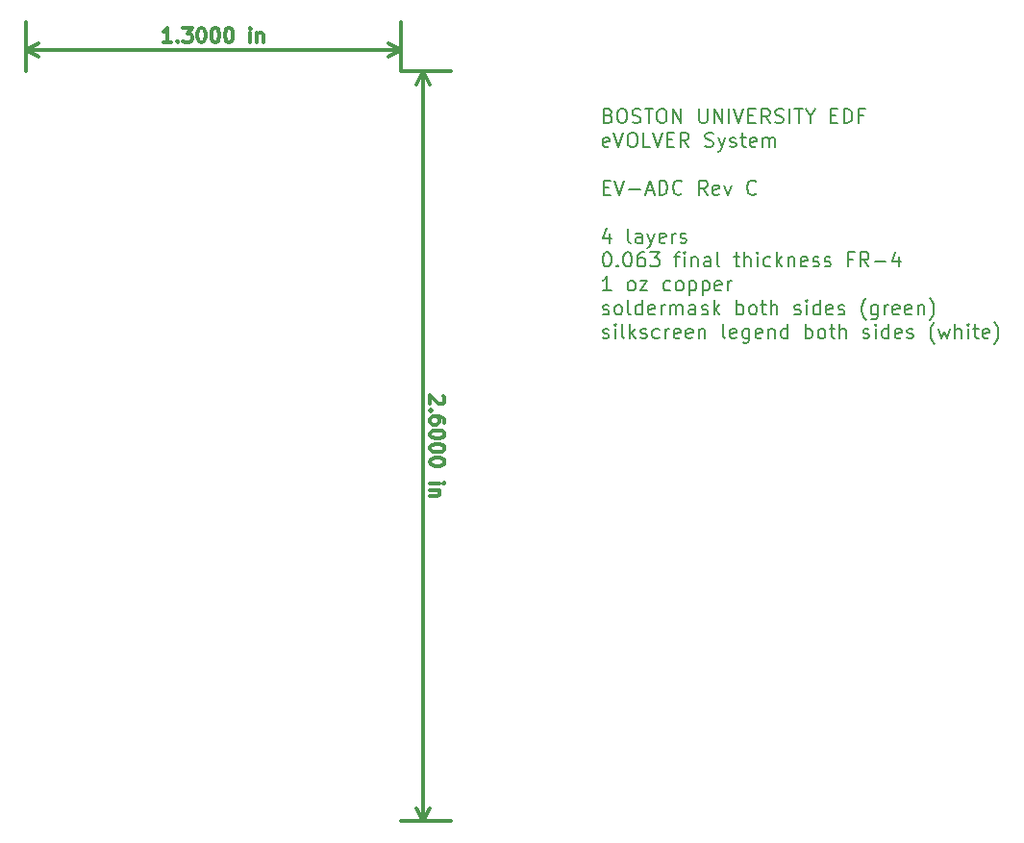
<source format=gbr>
G04 #@! TF.GenerationSoftware,KiCad,Pcbnew,(5.1.8-0-10_14)*
G04 #@! TF.CreationDate,2020-12-29T19:16:56-08:00*
G04 #@! TF.ProjectId,ADC,4144432e-6b69-4636-9164-5f7063625858,rev?*
G04 #@! TF.SameCoordinates,Original*
G04 #@! TF.FileFunction,OtherDrawing,Comment*
%FSLAX46Y46*%
G04 Gerber Fmt 4.6, Leading zero omitted, Abs format (unit mm)*
G04 Created by KiCad (PCBNEW (5.1.8-0-10_14)) date 2020-12-29 19:16:56*
%MOMM*%
%LPD*%
G01*
G04 APERTURE LIST*
%ADD10C,0.300000*%
%ADD11C,0.203200*%
G04 APERTURE END LIST*
D10*
X143414523Y-81915000D02*
X143475000Y-81975476D01*
X143535476Y-82096428D01*
X143535476Y-82398809D01*
X143475000Y-82519761D01*
X143414523Y-82580238D01*
X143293571Y-82640714D01*
X143172619Y-82640714D01*
X142991190Y-82580238D01*
X142265476Y-81854523D01*
X142265476Y-82640714D01*
X142386428Y-83185000D02*
X142325952Y-83245476D01*
X142265476Y-83185000D01*
X142325952Y-83124523D01*
X142386428Y-83185000D01*
X142265476Y-83185000D01*
X143535476Y-84334047D02*
X143535476Y-84092142D01*
X143475000Y-83971190D01*
X143414523Y-83910714D01*
X143233095Y-83789761D01*
X142991190Y-83729285D01*
X142507380Y-83729285D01*
X142386428Y-83789761D01*
X142325952Y-83850238D01*
X142265476Y-83971190D01*
X142265476Y-84213095D01*
X142325952Y-84334047D01*
X142386428Y-84394523D01*
X142507380Y-84455000D01*
X142809761Y-84455000D01*
X142930714Y-84394523D01*
X142991190Y-84334047D01*
X143051666Y-84213095D01*
X143051666Y-83971190D01*
X142991190Y-83850238D01*
X142930714Y-83789761D01*
X142809761Y-83729285D01*
X143535476Y-85241190D02*
X143535476Y-85362142D01*
X143475000Y-85483095D01*
X143414523Y-85543571D01*
X143293571Y-85604047D01*
X143051666Y-85664523D01*
X142749285Y-85664523D01*
X142507380Y-85604047D01*
X142386428Y-85543571D01*
X142325952Y-85483095D01*
X142265476Y-85362142D01*
X142265476Y-85241190D01*
X142325952Y-85120238D01*
X142386428Y-85059761D01*
X142507380Y-84999285D01*
X142749285Y-84938809D01*
X143051666Y-84938809D01*
X143293571Y-84999285D01*
X143414523Y-85059761D01*
X143475000Y-85120238D01*
X143535476Y-85241190D01*
X143535476Y-86450714D02*
X143535476Y-86571666D01*
X143475000Y-86692619D01*
X143414523Y-86753095D01*
X143293571Y-86813571D01*
X143051666Y-86874047D01*
X142749285Y-86874047D01*
X142507380Y-86813571D01*
X142386428Y-86753095D01*
X142325952Y-86692619D01*
X142265476Y-86571666D01*
X142265476Y-86450714D01*
X142325952Y-86329761D01*
X142386428Y-86269285D01*
X142507380Y-86208809D01*
X142749285Y-86148333D01*
X143051666Y-86148333D01*
X143293571Y-86208809D01*
X143414523Y-86269285D01*
X143475000Y-86329761D01*
X143535476Y-86450714D01*
X143535476Y-87660238D02*
X143535476Y-87781190D01*
X143475000Y-87902142D01*
X143414523Y-87962619D01*
X143293571Y-88023095D01*
X143051666Y-88083571D01*
X142749285Y-88083571D01*
X142507380Y-88023095D01*
X142386428Y-87962619D01*
X142325952Y-87902142D01*
X142265476Y-87781190D01*
X142265476Y-87660238D01*
X142325952Y-87539285D01*
X142386428Y-87478809D01*
X142507380Y-87418333D01*
X142749285Y-87357857D01*
X143051666Y-87357857D01*
X143293571Y-87418333D01*
X143414523Y-87478809D01*
X143475000Y-87539285D01*
X143535476Y-87660238D01*
X142265476Y-89595476D02*
X143112142Y-89595476D01*
X143535476Y-89595476D02*
X143475000Y-89535000D01*
X143414523Y-89595476D01*
X143475000Y-89655952D01*
X143535476Y-89595476D01*
X143414523Y-89595476D01*
X143112142Y-90200238D02*
X142265476Y-90200238D01*
X142991190Y-90200238D02*
X143051666Y-90260714D01*
X143112142Y-90381666D01*
X143112142Y-90563095D01*
X143051666Y-90684047D01*
X142930714Y-90744523D01*
X142265476Y-90744523D01*
X141605000Y-53340000D02*
X141605000Y-119380000D01*
X139700000Y-53340000D02*
X144075000Y-53340000D01*
X139700000Y-119380000D02*
X144075000Y-119380000D01*
X141605000Y-119380000D02*
X141018579Y-118253496D01*
X141605000Y-119380000D02*
X142191421Y-118253496D01*
X141605000Y-53340000D02*
X141018579Y-54466504D01*
X141605000Y-53340000D02*
X142191421Y-54466504D01*
X119470714Y-50774523D02*
X118745000Y-50774523D01*
X119107857Y-50774523D02*
X119107857Y-49504523D01*
X118986904Y-49685952D01*
X118865952Y-49806904D01*
X118745000Y-49867380D01*
X120015000Y-50653571D02*
X120075476Y-50714047D01*
X120015000Y-50774523D01*
X119954523Y-50714047D01*
X120015000Y-50653571D01*
X120015000Y-50774523D01*
X120498809Y-49504523D02*
X121285000Y-49504523D01*
X120861666Y-49988333D01*
X121043095Y-49988333D01*
X121164047Y-50048809D01*
X121224523Y-50109285D01*
X121285000Y-50230238D01*
X121285000Y-50532619D01*
X121224523Y-50653571D01*
X121164047Y-50714047D01*
X121043095Y-50774523D01*
X120680238Y-50774523D01*
X120559285Y-50714047D01*
X120498809Y-50653571D01*
X122071190Y-49504523D02*
X122192142Y-49504523D01*
X122313095Y-49565000D01*
X122373571Y-49625476D01*
X122434047Y-49746428D01*
X122494523Y-49988333D01*
X122494523Y-50290714D01*
X122434047Y-50532619D01*
X122373571Y-50653571D01*
X122313095Y-50714047D01*
X122192142Y-50774523D01*
X122071190Y-50774523D01*
X121950238Y-50714047D01*
X121889761Y-50653571D01*
X121829285Y-50532619D01*
X121768809Y-50290714D01*
X121768809Y-49988333D01*
X121829285Y-49746428D01*
X121889761Y-49625476D01*
X121950238Y-49565000D01*
X122071190Y-49504523D01*
X123280714Y-49504523D02*
X123401666Y-49504523D01*
X123522619Y-49565000D01*
X123583095Y-49625476D01*
X123643571Y-49746428D01*
X123704047Y-49988333D01*
X123704047Y-50290714D01*
X123643571Y-50532619D01*
X123583095Y-50653571D01*
X123522619Y-50714047D01*
X123401666Y-50774523D01*
X123280714Y-50774523D01*
X123159761Y-50714047D01*
X123099285Y-50653571D01*
X123038809Y-50532619D01*
X122978333Y-50290714D01*
X122978333Y-49988333D01*
X123038809Y-49746428D01*
X123099285Y-49625476D01*
X123159761Y-49565000D01*
X123280714Y-49504523D01*
X124490238Y-49504523D02*
X124611190Y-49504523D01*
X124732142Y-49565000D01*
X124792619Y-49625476D01*
X124853095Y-49746428D01*
X124913571Y-49988333D01*
X124913571Y-50290714D01*
X124853095Y-50532619D01*
X124792619Y-50653571D01*
X124732142Y-50714047D01*
X124611190Y-50774523D01*
X124490238Y-50774523D01*
X124369285Y-50714047D01*
X124308809Y-50653571D01*
X124248333Y-50532619D01*
X124187857Y-50290714D01*
X124187857Y-49988333D01*
X124248333Y-49746428D01*
X124308809Y-49625476D01*
X124369285Y-49565000D01*
X124490238Y-49504523D01*
X126425476Y-50774523D02*
X126425476Y-49927857D01*
X126425476Y-49504523D02*
X126365000Y-49565000D01*
X126425476Y-49625476D01*
X126485952Y-49565000D01*
X126425476Y-49504523D01*
X126425476Y-49625476D01*
X127030238Y-49927857D02*
X127030238Y-50774523D01*
X127030238Y-50048809D02*
X127090714Y-49988333D01*
X127211666Y-49927857D01*
X127393095Y-49927857D01*
X127514047Y-49988333D01*
X127574523Y-50109285D01*
X127574523Y-50774523D01*
X106680000Y-51435000D02*
X139700000Y-51435000D01*
X106680000Y-53340000D02*
X106680000Y-48965000D01*
X139700000Y-53340000D02*
X139700000Y-48965000D01*
X139700000Y-51435000D02*
X138573496Y-52021421D01*
X139700000Y-51435000D02*
X138573496Y-50848579D01*
X106680000Y-51435000D02*
X107806504Y-52021421D01*
X106680000Y-51435000D02*
X107806504Y-50848579D01*
D11*
X157956794Y-57224385D02*
X158138222Y-57284861D01*
X158198699Y-57345338D01*
X158259175Y-57466290D01*
X158259175Y-57647719D01*
X158198699Y-57768671D01*
X158138222Y-57829147D01*
X158017270Y-57889623D01*
X157533460Y-57889623D01*
X157533460Y-56619623D01*
X157956794Y-56619623D01*
X158077746Y-56680100D01*
X158138222Y-56740576D01*
X158198699Y-56861528D01*
X158198699Y-56982480D01*
X158138222Y-57103433D01*
X158077746Y-57163909D01*
X157956794Y-57224385D01*
X157533460Y-57224385D01*
X159045365Y-56619623D02*
X159287270Y-56619623D01*
X159408222Y-56680100D01*
X159529175Y-56801052D01*
X159589651Y-57042957D01*
X159589651Y-57466290D01*
X159529175Y-57708195D01*
X159408222Y-57829147D01*
X159287270Y-57889623D01*
X159045365Y-57889623D01*
X158924413Y-57829147D01*
X158803460Y-57708195D01*
X158742984Y-57466290D01*
X158742984Y-57042957D01*
X158803460Y-56801052D01*
X158924413Y-56680100D01*
X159045365Y-56619623D01*
X160073460Y-57829147D02*
X160254889Y-57889623D01*
X160557270Y-57889623D01*
X160678222Y-57829147D01*
X160738699Y-57768671D01*
X160799175Y-57647719D01*
X160799175Y-57526766D01*
X160738699Y-57405814D01*
X160678222Y-57345338D01*
X160557270Y-57284861D01*
X160315365Y-57224385D01*
X160194413Y-57163909D01*
X160133937Y-57103433D01*
X160073460Y-56982480D01*
X160073460Y-56861528D01*
X160133937Y-56740576D01*
X160194413Y-56680100D01*
X160315365Y-56619623D01*
X160617746Y-56619623D01*
X160799175Y-56680100D01*
X161162032Y-56619623D02*
X161887746Y-56619623D01*
X161524889Y-57889623D02*
X161524889Y-56619623D01*
X162552984Y-56619623D02*
X162794889Y-56619623D01*
X162915841Y-56680100D01*
X163036794Y-56801052D01*
X163097270Y-57042957D01*
X163097270Y-57466290D01*
X163036794Y-57708195D01*
X162915841Y-57829147D01*
X162794889Y-57889623D01*
X162552984Y-57889623D01*
X162432032Y-57829147D01*
X162311080Y-57708195D01*
X162250603Y-57466290D01*
X162250603Y-57042957D01*
X162311080Y-56801052D01*
X162432032Y-56680100D01*
X162552984Y-56619623D01*
X163641556Y-57889623D02*
X163641556Y-56619623D01*
X164367270Y-57889623D01*
X164367270Y-56619623D01*
X165939651Y-56619623D02*
X165939651Y-57647719D01*
X166000127Y-57768671D01*
X166060603Y-57829147D01*
X166181556Y-57889623D01*
X166423460Y-57889623D01*
X166544413Y-57829147D01*
X166604889Y-57768671D01*
X166665365Y-57647719D01*
X166665365Y-56619623D01*
X167270127Y-57889623D02*
X167270127Y-56619623D01*
X167995841Y-57889623D01*
X167995841Y-56619623D01*
X168600603Y-57889623D02*
X168600603Y-56619623D01*
X169023937Y-56619623D02*
X169447270Y-57889623D01*
X169870603Y-56619623D01*
X170293937Y-57224385D02*
X170717270Y-57224385D01*
X170898699Y-57889623D02*
X170293937Y-57889623D01*
X170293937Y-56619623D01*
X170898699Y-56619623D01*
X172168699Y-57889623D02*
X171745365Y-57284861D01*
X171442984Y-57889623D02*
X171442984Y-56619623D01*
X171926794Y-56619623D01*
X172047746Y-56680100D01*
X172108222Y-56740576D01*
X172168699Y-56861528D01*
X172168699Y-57042957D01*
X172108222Y-57163909D01*
X172047746Y-57224385D01*
X171926794Y-57284861D01*
X171442984Y-57284861D01*
X172652508Y-57829147D02*
X172833937Y-57889623D01*
X173136318Y-57889623D01*
X173257270Y-57829147D01*
X173317746Y-57768671D01*
X173378222Y-57647719D01*
X173378222Y-57526766D01*
X173317746Y-57405814D01*
X173257270Y-57345338D01*
X173136318Y-57284861D01*
X172894413Y-57224385D01*
X172773460Y-57163909D01*
X172712984Y-57103433D01*
X172652508Y-56982480D01*
X172652508Y-56861528D01*
X172712984Y-56740576D01*
X172773460Y-56680100D01*
X172894413Y-56619623D01*
X173196794Y-56619623D01*
X173378222Y-56680100D01*
X173922508Y-57889623D02*
X173922508Y-56619623D01*
X174345841Y-56619623D02*
X175071556Y-56619623D01*
X174708699Y-57889623D02*
X174708699Y-56619623D01*
X175736794Y-57284861D02*
X175736794Y-57889623D01*
X175313460Y-56619623D02*
X175736794Y-57284861D01*
X176160127Y-56619623D01*
X177551080Y-57224385D02*
X177974413Y-57224385D01*
X178155841Y-57889623D02*
X177551080Y-57889623D01*
X177551080Y-56619623D01*
X178155841Y-56619623D01*
X178700127Y-57889623D02*
X178700127Y-56619623D01*
X179002508Y-56619623D01*
X179183937Y-56680100D01*
X179304889Y-56801052D01*
X179365365Y-56922004D01*
X179425841Y-57163909D01*
X179425841Y-57345338D01*
X179365365Y-57587242D01*
X179304889Y-57708195D01*
X179183937Y-57829147D01*
X179002508Y-57889623D01*
X178700127Y-57889623D01*
X180393460Y-57224385D02*
X179970127Y-57224385D01*
X179970127Y-57889623D02*
X179970127Y-56619623D01*
X180574889Y-56619623D01*
X158017270Y-59937347D02*
X157896318Y-59997823D01*
X157654413Y-59997823D01*
X157533460Y-59937347D01*
X157472984Y-59816395D01*
X157472984Y-59332585D01*
X157533460Y-59211633D01*
X157654413Y-59151157D01*
X157896318Y-59151157D01*
X158017270Y-59211633D01*
X158077746Y-59332585D01*
X158077746Y-59453538D01*
X157472984Y-59574490D01*
X158440603Y-58727823D02*
X158863937Y-59997823D01*
X159287270Y-58727823D01*
X159952508Y-58727823D02*
X160194413Y-58727823D01*
X160315365Y-58788300D01*
X160436318Y-58909252D01*
X160496794Y-59151157D01*
X160496794Y-59574490D01*
X160436318Y-59816395D01*
X160315365Y-59937347D01*
X160194413Y-59997823D01*
X159952508Y-59997823D01*
X159831556Y-59937347D01*
X159710603Y-59816395D01*
X159650127Y-59574490D01*
X159650127Y-59151157D01*
X159710603Y-58909252D01*
X159831556Y-58788300D01*
X159952508Y-58727823D01*
X161645841Y-59997823D02*
X161041080Y-59997823D01*
X161041080Y-58727823D01*
X161887746Y-58727823D02*
X162311080Y-59997823D01*
X162734413Y-58727823D01*
X163157746Y-59332585D02*
X163581080Y-59332585D01*
X163762508Y-59997823D02*
X163157746Y-59997823D01*
X163157746Y-58727823D01*
X163762508Y-58727823D01*
X165032508Y-59997823D02*
X164609175Y-59393061D01*
X164306794Y-59997823D02*
X164306794Y-58727823D01*
X164790603Y-58727823D01*
X164911556Y-58788300D01*
X164972032Y-58848776D01*
X165032508Y-58969728D01*
X165032508Y-59151157D01*
X164972032Y-59272109D01*
X164911556Y-59332585D01*
X164790603Y-59393061D01*
X164306794Y-59393061D01*
X166483937Y-59937347D02*
X166665365Y-59997823D01*
X166967746Y-59997823D01*
X167088699Y-59937347D01*
X167149175Y-59876871D01*
X167209651Y-59755919D01*
X167209651Y-59634966D01*
X167149175Y-59514014D01*
X167088699Y-59453538D01*
X166967746Y-59393061D01*
X166725841Y-59332585D01*
X166604889Y-59272109D01*
X166544413Y-59211633D01*
X166483937Y-59090680D01*
X166483937Y-58969728D01*
X166544413Y-58848776D01*
X166604889Y-58788300D01*
X166725841Y-58727823D01*
X167028222Y-58727823D01*
X167209651Y-58788300D01*
X167632984Y-59151157D02*
X167935365Y-59997823D01*
X168237746Y-59151157D02*
X167935365Y-59997823D01*
X167814413Y-60300204D01*
X167753937Y-60360680D01*
X167632984Y-60421157D01*
X168661080Y-59937347D02*
X168782032Y-59997823D01*
X169023937Y-59997823D01*
X169144889Y-59937347D01*
X169205365Y-59816395D01*
X169205365Y-59755919D01*
X169144889Y-59634966D01*
X169023937Y-59574490D01*
X168842508Y-59574490D01*
X168721556Y-59514014D01*
X168661080Y-59393061D01*
X168661080Y-59332585D01*
X168721556Y-59211633D01*
X168842508Y-59151157D01*
X169023937Y-59151157D01*
X169144889Y-59211633D01*
X169568222Y-59151157D02*
X170052032Y-59151157D01*
X169749651Y-58727823D02*
X169749651Y-59816395D01*
X169810127Y-59937347D01*
X169931080Y-59997823D01*
X170052032Y-59997823D01*
X170959175Y-59937347D02*
X170838222Y-59997823D01*
X170596318Y-59997823D01*
X170475365Y-59937347D01*
X170414889Y-59816395D01*
X170414889Y-59332585D01*
X170475365Y-59211633D01*
X170596318Y-59151157D01*
X170838222Y-59151157D01*
X170959175Y-59211633D01*
X171019651Y-59332585D01*
X171019651Y-59453538D01*
X170414889Y-59574490D01*
X171563937Y-59997823D02*
X171563937Y-59151157D01*
X171563937Y-59272109D02*
X171624413Y-59211633D01*
X171745365Y-59151157D01*
X171926794Y-59151157D01*
X172047746Y-59211633D01*
X172108222Y-59332585D01*
X172108222Y-59997823D01*
X172108222Y-59332585D02*
X172168699Y-59211633D01*
X172289651Y-59151157D01*
X172471080Y-59151157D01*
X172592032Y-59211633D01*
X172652508Y-59332585D01*
X172652508Y-59997823D01*
X157533460Y-63548985D02*
X157956794Y-63548985D01*
X158138222Y-64214223D02*
X157533460Y-64214223D01*
X157533460Y-62944223D01*
X158138222Y-62944223D01*
X158501080Y-62944223D02*
X158924413Y-64214223D01*
X159347746Y-62944223D01*
X159771080Y-63730414D02*
X160738699Y-63730414D01*
X161282984Y-63851366D02*
X161887746Y-63851366D01*
X161162032Y-64214223D02*
X161585365Y-62944223D01*
X162008699Y-64214223D01*
X162432032Y-64214223D02*
X162432032Y-62944223D01*
X162734413Y-62944223D01*
X162915841Y-63004700D01*
X163036794Y-63125652D01*
X163097270Y-63246604D01*
X163157746Y-63488509D01*
X163157746Y-63669938D01*
X163097270Y-63911842D01*
X163036794Y-64032795D01*
X162915841Y-64153747D01*
X162734413Y-64214223D01*
X162432032Y-64214223D01*
X164427746Y-64093271D02*
X164367270Y-64153747D01*
X164185841Y-64214223D01*
X164064889Y-64214223D01*
X163883460Y-64153747D01*
X163762508Y-64032795D01*
X163702032Y-63911842D01*
X163641556Y-63669938D01*
X163641556Y-63488509D01*
X163702032Y-63246604D01*
X163762508Y-63125652D01*
X163883460Y-63004700D01*
X164064889Y-62944223D01*
X164185841Y-62944223D01*
X164367270Y-63004700D01*
X164427746Y-63065176D01*
X166665365Y-64214223D02*
X166242032Y-63609461D01*
X165939651Y-64214223D02*
X165939651Y-62944223D01*
X166423460Y-62944223D01*
X166544413Y-63004700D01*
X166604889Y-63065176D01*
X166665365Y-63186128D01*
X166665365Y-63367557D01*
X166604889Y-63488509D01*
X166544413Y-63548985D01*
X166423460Y-63609461D01*
X165939651Y-63609461D01*
X167693460Y-64153747D02*
X167572508Y-64214223D01*
X167330603Y-64214223D01*
X167209651Y-64153747D01*
X167149175Y-64032795D01*
X167149175Y-63548985D01*
X167209651Y-63428033D01*
X167330603Y-63367557D01*
X167572508Y-63367557D01*
X167693460Y-63428033D01*
X167753937Y-63548985D01*
X167753937Y-63669938D01*
X167149175Y-63790890D01*
X168177270Y-63367557D02*
X168479651Y-64214223D01*
X168782032Y-63367557D01*
X170959175Y-64093271D02*
X170898699Y-64153747D01*
X170717270Y-64214223D01*
X170596318Y-64214223D01*
X170414889Y-64153747D01*
X170293937Y-64032795D01*
X170233460Y-63911842D01*
X170172984Y-63669938D01*
X170172984Y-63488509D01*
X170233460Y-63246604D01*
X170293937Y-63125652D01*
X170414889Y-63004700D01*
X170596318Y-62944223D01*
X170717270Y-62944223D01*
X170898699Y-63004700D01*
X170959175Y-63065176D01*
X158077746Y-67583957D02*
X158077746Y-68430623D01*
X157775365Y-67100147D02*
X157472984Y-68007290D01*
X158259175Y-68007290D01*
X159892032Y-68430623D02*
X159771080Y-68370147D01*
X159710603Y-68249195D01*
X159710603Y-67160623D01*
X160920127Y-68430623D02*
X160920127Y-67765385D01*
X160859651Y-67644433D01*
X160738699Y-67583957D01*
X160496794Y-67583957D01*
X160375841Y-67644433D01*
X160920127Y-68370147D02*
X160799175Y-68430623D01*
X160496794Y-68430623D01*
X160375841Y-68370147D01*
X160315365Y-68249195D01*
X160315365Y-68128242D01*
X160375841Y-68007290D01*
X160496794Y-67946814D01*
X160799175Y-67946814D01*
X160920127Y-67886338D01*
X161403937Y-67583957D02*
X161706318Y-68430623D01*
X162008699Y-67583957D02*
X161706318Y-68430623D01*
X161585365Y-68733004D01*
X161524889Y-68793480D01*
X161403937Y-68853957D01*
X162976318Y-68370147D02*
X162855365Y-68430623D01*
X162613460Y-68430623D01*
X162492508Y-68370147D01*
X162432032Y-68249195D01*
X162432032Y-67765385D01*
X162492508Y-67644433D01*
X162613460Y-67583957D01*
X162855365Y-67583957D01*
X162976318Y-67644433D01*
X163036794Y-67765385D01*
X163036794Y-67886338D01*
X162432032Y-68007290D01*
X163581080Y-68430623D02*
X163581080Y-67583957D01*
X163581080Y-67825861D02*
X163641556Y-67704909D01*
X163702032Y-67644433D01*
X163822984Y-67583957D01*
X163943937Y-67583957D01*
X164306794Y-68370147D02*
X164427746Y-68430623D01*
X164669651Y-68430623D01*
X164790603Y-68370147D01*
X164851080Y-68249195D01*
X164851080Y-68188719D01*
X164790603Y-68067766D01*
X164669651Y-68007290D01*
X164488222Y-68007290D01*
X164367270Y-67946814D01*
X164306794Y-67825861D01*
X164306794Y-67765385D01*
X164367270Y-67644433D01*
X164488222Y-67583957D01*
X164669651Y-67583957D01*
X164790603Y-67644433D01*
X157775365Y-69268823D02*
X157896318Y-69268823D01*
X158017270Y-69329300D01*
X158077746Y-69389776D01*
X158138222Y-69510728D01*
X158198699Y-69752633D01*
X158198699Y-70055014D01*
X158138222Y-70296919D01*
X158077746Y-70417871D01*
X158017270Y-70478347D01*
X157896318Y-70538823D01*
X157775365Y-70538823D01*
X157654413Y-70478347D01*
X157593937Y-70417871D01*
X157533460Y-70296919D01*
X157472984Y-70055014D01*
X157472984Y-69752633D01*
X157533460Y-69510728D01*
X157593937Y-69389776D01*
X157654413Y-69329300D01*
X157775365Y-69268823D01*
X158742984Y-70417871D02*
X158803460Y-70478347D01*
X158742984Y-70538823D01*
X158682508Y-70478347D01*
X158742984Y-70417871D01*
X158742984Y-70538823D01*
X159589651Y-69268823D02*
X159710603Y-69268823D01*
X159831556Y-69329300D01*
X159892032Y-69389776D01*
X159952508Y-69510728D01*
X160012984Y-69752633D01*
X160012984Y-70055014D01*
X159952508Y-70296919D01*
X159892032Y-70417871D01*
X159831556Y-70478347D01*
X159710603Y-70538823D01*
X159589651Y-70538823D01*
X159468699Y-70478347D01*
X159408222Y-70417871D01*
X159347746Y-70296919D01*
X159287270Y-70055014D01*
X159287270Y-69752633D01*
X159347746Y-69510728D01*
X159408222Y-69389776D01*
X159468699Y-69329300D01*
X159589651Y-69268823D01*
X161101556Y-69268823D02*
X160859651Y-69268823D01*
X160738699Y-69329300D01*
X160678222Y-69389776D01*
X160557270Y-69571204D01*
X160496794Y-69813109D01*
X160496794Y-70296919D01*
X160557270Y-70417871D01*
X160617746Y-70478347D01*
X160738699Y-70538823D01*
X160980603Y-70538823D01*
X161101556Y-70478347D01*
X161162032Y-70417871D01*
X161222508Y-70296919D01*
X161222508Y-69994538D01*
X161162032Y-69873585D01*
X161101556Y-69813109D01*
X160980603Y-69752633D01*
X160738699Y-69752633D01*
X160617746Y-69813109D01*
X160557270Y-69873585D01*
X160496794Y-69994538D01*
X161645841Y-69268823D02*
X162432032Y-69268823D01*
X162008699Y-69752633D01*
X162190127Y-69752633D01*
X162311080Y-69813109D01*
X162371556Y-69873585D01*
X162432032Y-69994538D01*
X162432032Y-70296919D01*
X162371556Y-70417871D01*
X162311080Y-70478347D01*
X162190127Y-70538823D01*
X161827270Y-70538823D01*
X161706318Y-70478347D01*
X161645841Y-70417871D01*
X163762508Y-69692157D02*
X164246318Y-69692157D01*
X163943937Y-70538823D02*
X163943937Y-69450252D01*
X164004413Y-69329300D01*
X164125365Y-69268823D01*
X164246318Y-69268823D01*
X164669651Y-70538823D02*
X164669651Y-69692157D01*
X164669651Y-69268823D02*
X164609175Y-69329300D01*
X164669651Y-69389776D01*
X164730127Y-69329300D01*
X164669651Y-69268823D01*
X164669651Y-69389776D01*
X165274413Y-69692157D02*
X165274413Y-70538823D01*
X165274413Y-69813109D02*
X165334889Y-69752633D01*
X165455841Y-69692157D01*
X165637270Y-69692157D01*
X165758222Y-69752633D01*
X165818699Y-69873585D01*
X165818699Y-70538823D01*
X166967746Y-70538823D02*
X166967746Y-69873585D01*
X166907270Y-69752633D01*
X166786318Y-69692157D01*
X166544413Y-69692157D01*
X166423460Y-69752633D01*
X166967746Y-70478347D02*
X166846794Y-70538823D01*
X166544413Y-70538823D01*
X166423460Y-70478347D01*
X166362984Y-70357395D01*
X166362984Y-70236442D01*
X166423460Y-70115490D01*
X166544413Y-70055014D01*
X166846794Y-70055014D01*
X166967746Y-69994538D01*
X167753937Y-70538823D02*
X167632984Y-70478347D01*
X167572508Y-70357395D01*
X167572508Y-69268823D01*
X169023937Y-69692157D02*
X169507746Y-69692157D01*
X169205365Y-69268823D02*
X169205365Y-70357395D01*
X169265841Y-70478347D01*
X169386794Y-70538823D01*
X169507746Y-70538823D01*
X169931080Y-70538823D02*
X169931080Y-69268823D01*
X170475365Y-70538823D02*
X170475365Y-69873585D01*
X170414889Y-69752633D01*
X170293937Y-69692157D01*
X170112508Y-69692157D01*
X169991556Y-69752633D01*
X169931080Y-69813109D01*
X171080127Y-70538823D02*
X171080127Y-69692157D01*
X171080127Y-69268823D02*
X171019651Y-69329300D01*
X171080127Y-69389776D01*
X171140603Y-69329300D01*
X171080127Y-69268823D01*
X171080127Y-69389776D01*
X172229175Y-70478347D02*
X172108222Y-70538823D01*
X171866318Y-70538823D01*
X171745365Y-70478347D01*
X171684889Y-70417871D01*
X171624413Y-70296919D01*
X171624413Y-69934061D01*
X171684889Y-69813109D01*
X171745365Y-69752633D01*
X171866318Y-69692157D01*
X172108222Y-69692157D01*
X172229175Y-69752633D01*
X172773460Y-70538823D02*
X172773460Y-69268823D01*
X172894413Y-70055014D02*
X173257270Y-70538823D01*
X173257270Y-69692157D02*
X172773460Y-70175966D01*
X173801556Y-69692157D02*
X173801556Y-70538823D01*
X173801556Y-69813109D02*
X173862032Y-69752633D01*
X173982984Y-69692157D01*
X174164413Y-69692157D01*
X174285365Y-69752633D01*
X174345841Y-69873585D01*
X174345841Y-70538823D01*
X175434413Y-70478347D02*
X175313460Y-70538823D01*
X175071556Y-70538823D01*
X174950603Y-70478347D01*
X174890127Y-70357395D01*
X174890127Y-69873585D01*
X174950603Y-69752633D01*
X175071556Y-69692157D01*
X175313460Y-69692157D01*
X175434413Y-69752633D01*
X175494889Y-69873585D01*
X175494889Y-69994538D01*
X174890127Y-70115490D01*
X175978699Y-70478347D02*
X176099651Y-70538823D01*
X176341556Y-70538823D01*
X176462508Y-70478347D01*
X176522984Y-70357395D01*
X176522984Y-70296919D01*
X176462508Y-70175966D01*
X176341556Y-70115490D01*
X176160127Y-70115490D01*
X176039175Y-70055014D01*
X175978699Y-69934061D01*
X175978699Y-69873585D01*
X176039175Y-69752633D01*
X176160127Y-69692157D01*
X176341556Y-69692157D01*
X176462508Y-69752633D01*
X177006794Y-70478347D02*
X177127746Y-70538823D01*
X177369651Y-70538823D01*
X177490603Y-70478347D01*
X177551080Y-70357395D01*
X177551080Y-70296919D01*
X177490603Y-70175966D01*
X177369651Y-70115490D01*
X177188222Y-70115490D01*
X177067270Y-70055014D01*
X177006794Y-69934061D01*
X177006794Y-69873585D01*
X177067270Y-69752633D01*
X177188222Y-69692157D01*
X177369651Y-69692157D01*
X177490603Y-69752633D01*
X179486318Y-69873585D02*
X179062984Y-69873585D01*
X179062984Y-70538823D02*
X179062984Y-69268823D01*
X179667746Y-69268823D01*
X180877270Y-70538823D02*
X180453937Y-69934061D01*
X180151556Y-70538823D02*
X180151556Y-69268823D01*
X180635365Y-69268823D01*
X180756318Y-69329300D01*
X180816794Y-69389776D01*
X180877270Y-69510728D01*
X180877270Y-69692157D01*
X180816794Y-69813109D01*
X180756318Y-69873585D01*
X180635365Y-69934061D01*
X180151556Y-69934061D01*
X181421556Y-70055014D02*
X182389175Y-70055014D01*
X183538222Y-69692157D02*
X183538222Y-70538823D01*
X183235841Y-69208347D02*
X182933460Y-70115490D01*
X183719651Y-70115490D01*
X158198699Y-72647023D02*
X157472984Y-72647023D01*
X157835841Y-72647023D02*
X157835841Y-71377023D01*
X157714889Y-71558452D01*
X157593937Y-71679404D01*
X157472984Y-71739880D01*
X159892032Y-72647023D02*
X159771080Y-72586547D01*
X159710603Y-72526071D01*
X159650127Y-72405119D01*
X159650127Y-72042261D01*
X159710603Y-71921309D01*
X159771080Y-71860833D01*
X159892032Y-71800357D01*
X160073460Y-71800357D01*
X160194413Y-71860833D01*
X160254889Y-71921309D01*
X160315365Y-72042261D01*
X160315365Y-72405119D01*
X160254889Y-72526071D01*
X160194413Y-72586547D01*
X160073460Y-72647023D01*
X159892032Y-72647023D01*
X160738699Y-71800357D02*
X161403937Y-71800357D01*
X160738699Y-72647023D01*
X161403937Y-72647023D01*
X163399651Y-72586547D02*
X163278699Y-72647023D01*
X163036794Y-72647023D01*
X162915841Y-72586547D01*
X162855365Y-72526071D01*
X162794889Y-72405119D01*
X162794889Y-72042261D01*
X162855365Y-71921309D01*
X162915841Y-71860833D01*
X163036794Y-71800357D01*
X163278699Y-71800357D01*
X163399651Y-71860833D01*
X164125365Y-72647023D02*
X164004413Y-72586547D01*
X163943937Y-72526071D01*
X163883460Y-72405119D01*
X163883460Y-72042261D01*
X163943937Y-71921309D01*
X164004413Y-71860833D01*
X164125365Y-71800357D01*
X164306794Y-71800357D01*
X164427746Y-71860833D01*
X164488222Y-71921309D01*
X164548699Y-72042261D01*
X164548699Y-72405119D01*
X164488222Y-72526071D01*
X164427746Y-72586547D01*
X164306794Y-72647023D01*
X164125365Y-72647023D01*
X165092984Y-71800357D02*
X165092984Y-73070357D01*
X165092984Y-71860833D02*
X165213937Y-71800357D01*
X165455841Y-71800357D01*
X165576794Y-71860833D01*
X165637270Y-71921309D01*
X165697746Y-72042261D01*
X165697746Y-72405119D01*
X165637270Y-72526071D01*
X165576794Y-72586547D01*
X165455841Y-72647023D01*
X165213937Y-72647023D01*
X165092984Y-72586547D01*
X166242032Y-71800357D02*
X166242032Y-73070357D01*
X166242032Y-71860833D02*
X166362984Y-71800357D01*
X166604889Y-71800357D01*
X166725841Y-71860833D01*
X166786318Y-71921309D01*
X166846794Y-72042261D01*
X166846794Y-72405119D01*
X166786318Y-72526071D01*
X166725841Y-72586547D01*
X166604889Y-72647023D01*
X166362984Y-72647023D01*
X166242032Y-72586547D01*
X167874889Y-72586547D02*
X167753937Y-72647023D01*
X167512032Y-72647023D01*
X167391080Y-72586547D01*
X167330603Y-72465595D01*
X167330603Y-71981785D01*
X167391080Y-71860833D01*
X167512032Y-71800357D01*
X167753937Y-71800357D01*
X167874889Y-71860833D01*
X167935365Y-71981785D01*
X167935365Y-72102738D01*
X167330603Y-72223690D01*
X168479651Y-72647023D02*
X168479651Y-71800357D01*
X168479651Y-72042261D02*
X168540127Y-71921309D01*
X168600603Y-71860833D01*
X168721556Y-71800357D01*
X168842508Y-71800357D01*
X157472984Y-74694747D02*
X157593937Y-74755223D01*
X157835841Y-74755223D01*
X157956794Y-74694747D01*
X158017270Y-74573795D01*
X158017270Y-74513319D01*
X157956794Y-74392366D01*
X157835841Y-74331890D01*
X157654413Y-74331890D01*
X157533460Y-74271414D01*
X157472984Y-74150461D01*
X157472984Y-74089985D01*
X157533460Y-73969033D01*
X157654413Y-73908557D01*
X157835841Y-73908557D01*
X157956794Y-73969033D01*
X158742984Y-74755223D02*
X158622032Y-74694747D01*
X158561556Y-74634271D01*
X158501080Y-74513319D01*
X158501080Y-74150461D01*
X158561556Y-74029509D01*
X158622032Y-73969033D01*
X158742984Y-73908557D01*
X158924413Y-73908557D01*
X159045365Y-73969033D01*
X159105841Y-74029509D01*
X159166318Y-74150461D01*
X159166318Y-74513319D01*
X159105841Y-74634271D01*
X159045365Y-74694747D01*
X158924413Y-74755223D01*
X158742984Y-74755223D01*
X159892032Y-74755223D02*
X159771080Y-74694747D01*
X159710603Y-74573795D01*
X159710603Y-73485223D01*
X160920127Y-74755223D02*
X160920127Y-73485223D01*
X160920127Y-74694747D02*
X160799175Y-74755223D01*
X160557270Y-74755223D01*
X160436318Y-74694747D01*
X160375841Y-74634271D01*
X160315365Y-74513319D01*
X160315365Y-74150461D01*
X160375841Y-74029509D01*
X160436318Y-73969033D01*
X160557270Y-73908557D01*
X160799175Y-73908557D01*
X160920127Y-73969033D01*
X162008699Y-74694747D02*
X161887746Y-74755223D01*
X161645841Y-74755223D01*
X161524889Y-74694747D01*
X161464413Y-74573795D01*
X161464413Y-74089985D01*
X161524889Y-73969033D01*
X161645841Y-73908557D01*
X161887746Y-73908557D01*
X162008699Y-73969033D01*
X162069175Y-74089985D01*
X162069175Y-74210938D01*
X161464413Y-74331890D01*
X162613460Y-74755223D02*
X162613460Y-73908557D01*
X162613460Y-74150461D02*
X162673937Y-74029509D01*
X162734413Y-73969033D01*
X162855365Y-73908557D01*
X162976318Y-73908557D01*
X163399651Y-74755223D02*
X163399651Y-73908557D01*
X163399651Y-74029509D02*
X163460127Y-73969033D01*
X163581080Y-73908557D01*
X163762508Y-73908557D01*
X163883460Y-73969033D01*
X163943937Y-74089985D01*
X163943937Y-74755223D01*
X163943937Y-74089985D02*
X164004413Y-73969033D01*
X164125365Y-73908557D01*
X164306794Y-73908557D01*
X164427746Y-73969033D01*
X164488222Y-74089985D01*
X164488222Y-74755223D01*
X165637270Y-74755223D02*
X165637270Y-74089985D01*
X165576794Y-73969033D01*
X165455841Y-73908557D01*
X165213937Y-73908557D01*
X165092984Y-73969033D01*
X165637270Y-74694747D02*
X165516318Y-74755223D01*
X165213937Y-74755223D01*
X165092984Y-74694747D01*
X165032508Y-74573795D01*
X165032508Y-74452842D01*
X165092984Y-74331890D01*
X165213937Y-74271414D01*
X165516318Y-74271414D01*
X165637270Y-74210938D01*
X166181556Y-74694747D02*
X166302508Y-74755223D01*
X166544413Y-74755223D01*
X166665365Y-74694747D01*
X166725841Y-74573795D01*
X166725841Y-74513319D01*
X166665365Y-74392366D01*
X166544413Y-74331890D01*
X166362984Y-74331890D01*
X166242032Y-74271414D01*
X166181556Y-74150461D01*
X166181556Y-74089985D01*
X166242032Y-73969033D01*
X166362984Y-73908557D01*
X166544413Y-73908557D01*
X166665365Y-73969033D01*
X167270127Y-74755223D02*
X167270127Y-73485223D01*
X167391080Y-74271414D02*
X167753937Y-74755223D01*
X167753937Y-73908557D02*
X167270127Y-74392366D01*
X169265841Y-74755223D02*
X169265841Y-73485223D01*
X169265841Y-73969033D02*
X169386794Y-73908557D01*
X169628699Y-73908557D01*
X169749651Y-73969033D01*
X169810127Y-74029509D01*
X169870603Y-74150461D01*
X169870603Y-74513319D01*
X169810127Y-74634271D01*
X169749651Y-74694747D01*
X169628699Y-74755223D01*
X169386794Y-74755223D01*
X169265841Y-74694747D01*
X170596318Y-74755223D02*
X170475365Y-74694747D01*
X170414889Y-74634271D01*
X170354413Y-74513319D01*
X170354413Y-74150461D01*
X170414889Y-74029509D01*
X170475365Y-73969033D01*
X170596318Y-73908557D01*
X170777746Y-73908557D01*
X170898699Y-73969033D01*
X170959175Y-74029509D01*
X171019651Y-74150461D01*
X171019651Y-74513319D01*
X170959175Y-74634271D01*
X170898699Y-74694747D01*
X170777746Y-74755223D01*
X170596318Y-74755223D01*
X171382508Y-73908557D02*
X171866318Y-73908557D01*
X171563937Y-73485223D02*
X171563937Y-74573795D01*
X171624413Y-74694747D01*
X171745365Y-74755223D01*
X171866318Y-74755223D01*
X172289651Y-74755223D02*
X172289651Y-73485223D01*
X172833937Y-74755223D02*
X172833937Y-74089985D01*
X172773460Y-73969033D01*
X172652508Y-73908557D01*
X172471080Y-73908557D01*
X172350127Y-73969033D01*
X172289651Y-74029509D01*
X174345841Y-74694747D02*
X174466794Y-74755223D01*
X174708699Y-74755223D01*
X174829651Y-74694747D01*
X174890127Y-74573795D01*
X174890127Y-74513319D01*
X174829651Y-74392366D01*
X174708699Y-74331890D01*
X174527270Y-74331890D01*
X174406318Y-74271414D01*
X174345841Y-74150461D01*
X174345841Y-74089985D01*
X174406318Y-73969033D01*
X174527270Y-73908557D01*
X174708699Y-73908557D01*
X174829651Y-73969033D01*
X175434413Y-74755223D02*
X175434413Y-73908557D01*
X175434413Y-73485223D02*
X175373937Y-73545700D01*
X175434413Y-73606176D01*
X175494889Y-73545700D01*
X175434413Y-73485223D01*
X175434413Y-73606176D01*
X176583460Y-74755223D02*
X176583460Y-73485223D01*
X176583460Y-74694747D02*
X176462508Y-74755223D01*
X176220603Y-74755223D01*
X176099651Y-74694747D01*
X176039175Y-74634271D01*
X175978699Y-74513319D01*
X175978699Y-74150461D01*
X176039175Y-74029509D01*
X176099651Y-73969033D01*
X176220603Y-73908557D01*
X176462508Y-73908557D01*
X176583460Y-73969033D01*
X177672032Y-74694747D02*
X177551080Y-74755223D01*
X177309175Y-74755223D01*
X177188222Y-74694747D01*
X177127746Y-74573795D01*
X177127746Y-74089985D01*
X177188222Y-73969033D01*
X177309175Y-73908557D01*
X177551080Y-73908557D01*
X177672032Y-73969033D01*
X177732508Y-74089985D01*
X177732508Y-74210938D01*
X177127746Y-74331890D01*
X178216318Y-74694747D02*
X178337270Y-74755223D01*
X178579175Y-74755223D01*
X178700127Y-74694747D01*
X178760603Y-74573795D01*
X178760603Y-74513319D01*
X178700127Y-74392366D01*
X178579175Y-74331890D01*
X178397746Y-74331890D01*
X178276794Y-74271414D01*
X178216318Y-74150461D01*
X178216318Y-74089985D01*
X178276794Y-73969033D01*
X178397746Y-73908557D01*
X178579175Y-73908557D01*
X178700127Y-73969033D01*
X180635365Y-75239033D02*
X180574889Y-75178557D01*
X180453937Y-74997128D01*
X180393460Y-74876176D01*
X180332984Y-74694747D01*
X180272508Y-74392366D01*
X180272508Y-74150461D01*
X180332984Y-73848080D01*
X180393460Y-73666652D01*
X180453937Y-73545700D01*
X180574889Y-73364271D01*
X180635365Y-73303795D01*
X181663460Y-73908557D02*
X181663460Y-74936652D01*
X181602984Y-75057604D01*
X181542508Y-75118080D01*
X181421556Y-75178557D01*
X181240127Y-75178557D01*
X181119175Y-75118080D01*
X181663460Y-74694747D02*
X181542508Y-74755223D01*
X181300603Y-74755223D01*
X181179651Y-74694747D01*
X181119175Y-74634271D01*
X181058699Y-74513319D01*
X181058699Y-74150461D01*
X181119175Y-74029509D01*
X181179651Y-73969033D01*
X181300603Y-73908557D01*
X181542508Y-73908557D01*
X181663460Y-73969033D01*
X182268222Y-74755223D02*
X182268222Y-73908557D01*
X182268222Y-74150461D02*
X182328699Y-74029509D01*
X182389175Y-73969033D01*
X182510127Y-73908557D01*
X182631080Y-73908557D01*
X183538222Y-74694747D02*
X183417270Y-74755223D01*
X183175365Y-74755223D01*
X183054413Y-74694747D01*
X182993937Y-74573795D01*
X182993937Y-74089985D01*
X183054413Y-73969033D01*
X183175365Y-73908557D01*
X183417270Y-73908557D01*
X183538222Y-73969033D01*
X183598699Y-74089985D01*
X183598699Y-74210938D01*
X182993937Y-74331890D01*
X184626794Y-74694747D02*
X184505841Y-74755223D01*
X184263937Y-74755223D01*
X184142984Y-74694747D01*
X184082508Y-74573795D01*
X184082508Y-74089985D01*
X184142984Y-73969033D01*
X184263937Y-73908557D01*
X184505841Y-73908557D01*
X184626794Y-73969033D01*
X184687270Y-74089985D01*
X184687270Y-74210938D01*
X184082508Y-74331890D01*
X185231556Y-73908557D02*
X185231556Y-74755223D01*
X185231556Y-74029509D02*
X185292032Y-73969033D01*
X185412984Y-73908557D01*
X185594413Y-73908557D01*
X185715365Y-73969033D01*
X185775841Y-74089985D01*
X185775841Y-74755223D01*
X186259651Y-75239033D02*
X186320127Y-75178557D01*
X186441080Y-74997128D01*
X186501556Y-74876176D01*
X186562032Y-74694747D01*
X186622508Y-74392366D01*
X186622508Y-74150461D01*
X186562032Y-73848080D01*
X186501556Y-73666652D01*
X186441080Y-73545700D01*
X186320127Y-73364271D01*
X186259651Y-73303795D01*
X157472984Y-76802947D02*
X157593937Y-76863423D01*
X157835841Y-76863423D01*
X157956794Y-76802947D01*
X158017270Y-76681995D01*
X158017270Y-76621519D01*
X157956794Y-76500566D01*
X157835841Y-76440090D01*
X157654413Y-76440090D01*
X157533460Y-76379614D01*
X157472984Y-76258661D01*
X157472984Y-76198185D01*
X157533460Y-76077233D01*
X157654413Y-76016757D01*
X157835841Y-76016757D01*
X157956794Y-76077233D01*
X158561556Y-76863423D02*
X158561556Y-76016757D01*
X158561556Y-75593423D02*
X158501080Y-75653900D01*
X158561556Y-75714376D01*
X158622032Y-75653900D01*
X158561556Y-75593423D01*
X158561556Y-75714376D01*
X159347746Y-76863423D02*
X159226794Y-76802947D01*
X159166318Y-76681995D01*
X159166318Y-75593423D01*
X159831556Y-76863423D02*
X159831556Y-75593423D01*
X159952508Y-76379614D02*
X160315365Y-76863423D01*
X160315365Y-76016757D02*
X159831556Y-76500566D01*
X160799175Y-76802947D02*
X160920127Y-76863423D01*
X161162032Y-76863423D01*
X161282984Y-76802947D01*
X161343460Y-76681995D01*
X161343460Y-76621519D01*
X161282984Y-76500566D01*
X161162032Y-76440090D01*
X160980603Y-76440090D01*
X160859651Y-76379614D01*
X160799175Y-76258661D01*
X160799175Y-76198185D01*
X160859651Y-76077233D01*
X160980603Y-76016757D01*
X161162032Y-76016757D01*
X161282984Y-76077233D01*
X162432032Y-76802947D02*
X162311080Y-76863423D01*
X162069175Y-76863423D01*
X161948222Y-76802947D01*
X161887746Y-76742471D01*
X161827270Y-76621519D01*
X161827270Y-76258661D01*
X161887746Y-76137709D01*
X161948222Y-76077233D01*
X162069175Y-76016757D01*
X162311080Y-76016757D01*
X162432032Y-76077233D01*
X162976318Y-76863423D02*
X162976318Y-76016757D01*
X162976318Y-76258661D02*
X163036794Y-76137709D01*
X163097270Y-76077233D01*
X163218222Y-76016757D01*
X163339175Y-76016757D01*
X164246318Y-76802947D02*
X164125365Y-76863423D01*
X163883460Y-76863423D01*
X163762508Y-76802947D01*
X163702032Y-76681995D01*
X163702032Y-76198185D01*
X163762508Y-76077233D01*
X163883460Y-76016757D01*
X164125365Y-76016757D01*
X164246318Y-76077233D01*
X164306794Y-76198185D01*
X164306794Y-76319138D01*
X163702032Y-76440090D01*
X165334889Y-76802947D02*
X165213937Y-76863423D01*
X164972032Y-76863423D01*
X164851080Y-76802947D01*
X164790603Y-76681995D01*
X164790603Y-76198185D01*
X164851080Y-76077233D01*
X164972032Y-76016757D01*
X165213937Y-76016757D01*
X165334889Y-76077233D01*
X165395365Y-76198185D01*
X165395365Y-76319138D01*
X164790603Y-76440090D01*
X165939651Y-76016757D02*
X165939651Y-76863423D01*
X165939651Y-76137709D02*
X166000127Y-76077233D01*
X166121080Y-76016757D01*
X166302508Y-76016757D01*
X166423460Y-76077233D01*
X166483937Y-76198185D01*
X166483937Y-76863423D01*
X168237746Y-76863423D02*
X168116794Y-76802947D01*
X168056318Y-76681995D01*
X168056318Y-75593423D01*
X169205365Y-76802947D02*
X169084413Y-76863423D01*
X168842508Y-76863423D01*
X168721556Y-76802947D01*
X168661080Y-76681995D01*
X168661080Y-76198185D01*
X168721556Y-76077233D01*
X168842508Y-76016757D01*
X169084413Y-76016757D01*
X169205365Y-76077233D01*
X169265841Y-76198185D01*
X169265841Y-76319138D01*
X168661080Y-76440090D01*
X170354413Y-76016757D02*
X170354413Y-77044852D01*
X170293937Y-77165804D01*
X170233460Y-77226280D01*
X170112508Y-77286757D01*
X169931080Y-77286757D01*
X169810127Y-77226280D01*
X170354413Y-76802947D02*
X170233460Y-76863423D01*
X169991556Y-76863423D01*
X169870603Y-76802947D01*
X169810127Y-76742471D01*
X169749651Y-76621519D01*
X169749651Y-76258661D01*
X169810127Y-76137709D01*
X169870603Y-76077233D01*
X169991556Y-76016757D01*
X170233460Y-76016757D01*
X170354413Y-76077233D01*
X171442984Y-76802947D02*
X171322032Y-76863423D01*
X171080127Y-76863423D01*
X170959175Y-76802947D01*
X170898699Y-76681995D01*
X170898699Y-76198185D01*
X170959175Y-76077233D01*
X171080127Y-76016757D01*
X171322032Y-76016757D01*
X171442984Y-76077233D01*
X171503460Y-76198185D01*
X171503460Y-76319138D01*
X170898699Y-76440090D01*
X172047746Y-76016757D02*
X172047746Y-76863423D01*
X172047746Y-76137709D02*
X172108222Y-76077233D01*
X172229175Y-76016757D01*
X172410603Y-76016757D01*
X172531556Y-76077233D01*
X172592032Y-76198185D01*
X172592032Y-76863423D01*
X173741080Y-76863423D02*
X173741080Y-75593423D01*
X173741080Y-76802947D02*
X173620127Y-76863423D01*
X173378222Y-76863423D01*
X173257270Y-76802947D01*
X173196794Y-76742471D01*
X173136318Y-76621519D01*
X173136318Y-76258661D01*
X173196794Y-76137709D01*
X173257270Y-76077233D01*
X173378222Y-76016757D01*
X173620127Y-76016757D01*
X173741080Y-76077233D01*
X175313460Y-76863423D02*
X175313460Y-75593423D01*
X175313460Y-76077233D02*
X175434413Y-76016757D01*
X175676318Y-76016757D01*
X175797270Y-76077233D01*
X175857746Y-76137709D01*
X175918222Y-76258661D01*
X175918222Y-76621519D01*
X175857746Y-76742471D01*
X175797270Y-76802947D01*
X175676318Y-76863423D01*
X175434413Y-76863423D01*
X175313460Y-76802947D01*
X176643937Y-76863423D02*
X176522984Y-76802947D01*
X176462508Y-76742471D01*
X176402032Y-76621519D01*
X176402032Y-76258661D01*
X176462508Y-76137709D01*
X176522984Y-76077233D01*
X176643937Y-76016757D01*
X176825365Y-76016757D01*
X176946318Y-76077233D01*
X177006794Y-76137709D01*
X177067270Y-76258661D01*
X177067270Y-76621519D01*
X177006794Y-76742471D01*
X176946318Y-76802947D01*
X176825365Y-76863423D01*
X176643937Y-76863423D01*
X177430127Y-76016757D02*
X177913937Y-76016757D01*
X177611556Y-75593423D02*
X177611556Y-76681995D01*
X177672032Y-76802947D01*
X177792984Y-76863423D01*
X177913937Y-76863423D01*
X178337270Y-76863423D02*
X178337270Y-75593423D01*
X178881556Y-76863423D02*
X178881556Y-76198185D01*
X178821080Y-76077233D01*
X178700127Y-76016757D01*
X178518699Y-76016757D01*
X178397746Y-76077233D01*
X178337270Y-76137709D01*
X180393460Y-76802947D02*
X180514413Y-76863423D01*
X180756318Y-76863423D01*
X180877270Y-76802947D01*
X180937746Y-76681995D01*
X180937746Y-76621519D01*
X180877270Y-76500566D01*
X180756318Y-76440090D01*
X180574889Y-76440090D01*
X180453937Y-76379614D01*
X180393460Y-76258661D01*
X180393460Y-76198185D01*
X180453937Y-76077233D01*
X180574889Y-76016757D01*
X180756318Y-76016757D01*
X180877270Y-76077233D01*
X181482032Y-76863423D02*
X181482032Y-76016757D01*
X181482032Y-75593423D02*
X181421556Y-75653900D01*
X181482032Y-75714376D01*
X181542508Y-75653900D01*
X181482032Y-75593423D01*
X181482032Y-75714376D01*
X182631080Y-76863423D02*
X182631080Y-75593423D01*
X182631080Y-76802947D02*
X182510127Y-76863423D01*
X182268222Y-76863423D01*
X182147270Y-76802947D01*
X182086794Y-76742471D01*
X182026318Y-76621519D01*
X182026318Y-76258661D01*
X182086794Y-76137709D01*
X182147270Y-76077233D01*
X182268222Y-76016757D01*
X182510127Y-76016757D01*
X182631080Y-76077233D01*
X183719651Y-76802947D02*
X183598699Y-76863423D01*
X183356794Y-76863423D01*
X183235841Y-76802947D01*
X183175365Y-76681995D01*
X183175365Y-76198185D01*
X183235841Y-76077233D01*
X183356794Y-76016757D01*
X183598699Y-76016757D01*
X183719651Y-76077233D01*
X183780127Y-76198185D01*
X183780127Y-76319138D01*
X183175365Y-76440090D01*
X184263937Y-76802947D02*
X184384889Y-76863423D01*
X184626794Y-76863423D01*
X184747746Y-76802947D01*
X184808222Y-76681995D01*
X184808222Y-76621519D01*
X184747746Y-76500566D01*
X184626794Y-76440090D01*
X184445365Y-76440090D01*
X184324413Y-76379614D01*
X184263937Y-76258661D01*
X184263937Y-76198185D01*
X184324413Y-76077233D01*
X184445365Y-76016757D01*
X184626794Y-76016757D01*
X184747746Y-76077233D01*
X186682984Y-77347233D02*
X186622508Y-77286757D01*
X186501556Y-77105328D01*
X186441080Y-76984376D01*
X186380603Y-76802947D01*
X186320127Y-76500566D01*
X186320127Y-76258661D01*
X186380603Y-75956280D01*
X186441080Y-75774852D01*
X186501556Y-75653900D01*
X186622508Y-75472471D01*
X186682984Y-75411995D01*
X187045841Y-76016757D02*
X187287746Y-76863423D01*
X187529651Y-76258661D01*
X187771556Y-76863423D01*
X188013460Y-76016757D01*
X188497270Y-76863423D02*
X188497270Y-75593423D01*
X189041556Y-76863423D02*
X189041556Y-76198185D01*
X188981080Y-76077233D01*
X188860127Y-76016757D01*
X188678699Y-76016757D01*
X188557746Y-76077233D01*
X188497270Y-76137709D01*
X189646318Y-76863423D02*
X189646318Y-76016757D01*
X189646318Y-75593423D02*
X189585841Y-75653900D01*
X189646318Y-75714376D01*
X189706794Y-75653900D01*
X189646318Y-75593423D01*
X189646318Y-75714376D01*
X190069651Y-76016757D02*
X190553460Y-76016757D01*
X190251080Y-75593423D02*
X190251080Y-76681995D01*
X190311556Y-76802947D01*
X190432508Y-76863423D01*
X190553460Y-76863423D01*
X191460603Y-76802947D02*
X191339651Y-76863423D01*
X191097746Y-76863423D01*
X190976794Y-76802947D01*
X190916318Y-76681995D01*
X190916318Y-76198185D01*
X190976794Y-76077233D01*
X191097746Y-76016757D01*
X191339651Y-76016757D01*
X191460603Y-76077233D01*
X191521080Y-76198185D01*
X191521080Y-76319138D01*
X190916318Y-76440090D01*
X191944413Y-77347233D02*
X192004889Y-77286757D01*
X192125841Y-77105328D01*
X192186318Y-76984376D01*
X192246794Y-76802947D01*
X192307270Y-76500566D01*
X192307270Y-76258661D01*
X192246794Y-75956280D01*
X192186318Y-75774852D01*
X192125841Y-75653900D01*
X192004889Y-75472471D01*
X191944413Y-75411995D01*
M02*

</source>
